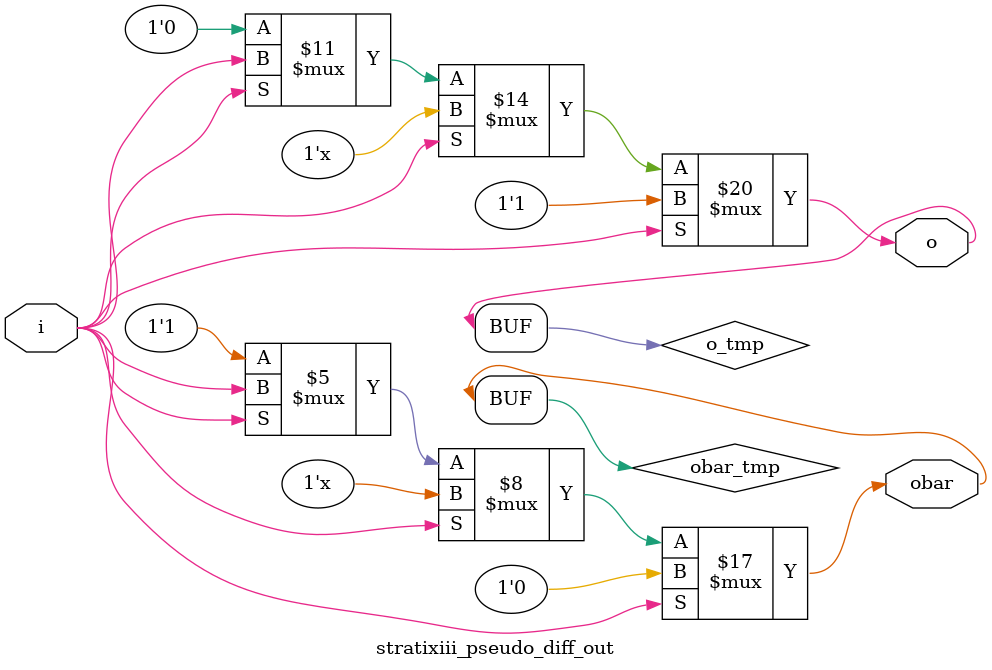
<source format=v>
module stratixiii_pseudo_diff_out(
                             i,
                             o,
                             obar
                             );
parameter lpm_type = "stratixiii_pseudo_diff_out";
input i;
output o;
output obar;
reg o_tmp;
reg obar_tmp;
assign o = o_tmp;
assign obar = obar_tmp;
always@(i)
    begin
        if( i == 1'b1)
            begin
                o_tmp = 1'b1;
                obar_tmp = 1'b0;
            end
        else if( i == 1'b0)
            begin
                o_tmp = 1'b0;
                obar_tmp = 1'b1;
            end
        else
            begin
                o_tmp = i;
                obar_tmp = i;
            end
    end
endmodule
</source>
